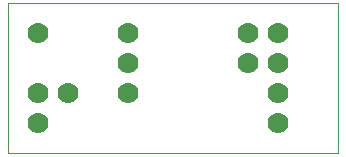
<source format=gtl>
G75*
%MOIN*%
%OFA0B0*%
%FSLAX25Y25*%
%IPPOS*%
%LPD*%
%AMOC8*
5,1,8,0,0,1.08239X$1,22.5*
%
%ADD10C,0.00000*%
%ADD11C,0.07000*%
D10*
X0001000Y0001000D02*
X0001000Y0051000D01*
X0111000Y0051000D01*
X0111000Y0001000D01*
X0001000Y0001000D01*
D11*
X0011000Y0011000D03*
X0011000Y0021000D03*
X0021000Y0021000D03*
X0041000Y0021000D03*
X0041000Y0031000D03*
X0041000Y0041000D03*
X0011000Y0041000D03*
X0081000Y0041000D03*
X0091000Y0041000D03*
X0091000Y0031000D03*
X0081000Y0031000D03*
X0091000Y0021000D03*
X0091000Y0011000D03*
M02*

</source>
